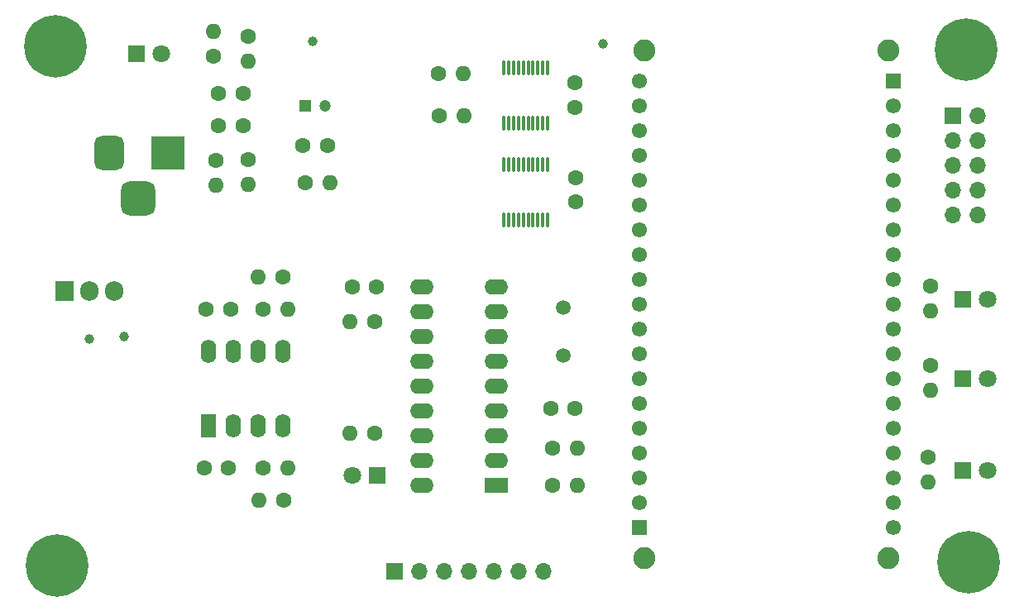
<source format=gbr>
%TF.GenerationSoftware,KiCad,Pcbnew,8.0.5*%
%TF.CreationDate,2024-12-04T22:32:08+01:00*%
%TF.ProjectId,ESP-Unit,4553502d-556e-4697-942e-6b696361645f,rev?*%
%TF.SameCoordinates,Original*%
%TF.FileFunction,Soldermask,Top*%
%TF.FilePolarity,Negative*%
%FSLAX46Y46*%
G04 Gerber Fmt 4.6, Leading zero omitted, Abs format (unit mm)*
G04 Created by KiCad (PCBNEW 8.0.5) date 2024-12-04 22:32:08*
%MOMM*%
%LPD*%
G01*
G04 APERTURE LIST*
G04 Aperture macros list*
%AMRoundRect*
0 Rectangle with rounded corners*
0 $1 Rounding radius*
0 $2 $3 $4 $5 $6 $7 $8 $9 X,Y pos of 4 corners*
0 Add a 4 corners polygon primitive as box body*
4,1,4,$2,$3,$4,$5,$6,$7,$8,$9,$2,$3,0*
0 Add four circle primitives for the rounded corners*
1,1,$1+$1,$2,$3*
1,1,$1+$1,$4,$5*
1,1,$1+$1,$6,$7*
1,1,$1+$1,$8,$9*
0 Add four rect primitives between the rounded corners*
20,1,$1+$1,$2,$3,$4,$5,0*
20,1,$1+$1,$4,$5,$6,$7,0*
20,1,$1+$1,$6,$7,$8,$9,0*
20,1,$1+$1,$8,$9,$2,$3,0*%
G04 Aperture macros list end*
%ADD10RoundRect,0.075000X0.075000X-0.662500X0.075000X0.662500X-0.075000X0.662500X-0.075000X-0.662500X0*%
%ADD11R,1.600000X2.400000*%
%ADD12O,1.600000X2.400000*%
%ADD13O,1.600000X1.600000*%
%ADD14C,1.600000*%
%ADD15C,0.800000*%
%ADD16C,6.400000*%
%ADD17C,1.000000*%
%ADD18C,1.500000*%
%ADD19C,1.200000*%
%ADD20R,1.200000X1.200000*%
%ADD21R,1.800000X1.800000*%
%ADD22C,1.800000*%
%ADD23R,2.400000X1.600000*%
%ADD24O,2.400000X1.600000*%
%ADD25O,1.905000X2.000000*%
%ADD26R,1.905000X2.000000*%
%ADD27R,1.700000X1.700000*%
%ADD28O,1.700000X1.700000*%
%ADD29RoundRect,0.875000X-0.875000X-0.875000X0.875000X-0.875000X0.875000X0.875000X-0.875000X0.875000X0*%
%ADD30RoundRect,0.750000X-0.750000X-1.000000X0.750000X-1.000000X0.750000X1.000000X-0.750000X1.000000X0*%
%ADD31R,3.500000X3.500000*%
%ADD32C,2.250000*%
%ADD33RoundRect,0.102000X-0.675000X-0.675000X0.675000X-0.675000X0.675000X0.675000X-0.675000X0.675000X0*%
%ADD34C,1.554000*%
G04 APERTURE END LIST*
D10*
%TO.C,U5*%
X202220000Y-72458500D03*
X202720000Y-72458500D03*
X203220000Y-72458500D03*
X203720000Y-72458500D03*
X204220000Y-72458500D03*
X204720000Y-72458500D03*
X205220000Y-72458500D03*
X205720000Y-72458500D03*
X206220000Y-72458500D03*
X206720000Y-72458500D03*
X206720000Y-66733500D03*
X206220000Y-66733500D03*
X205720000Y-66733500D03*
X205220000Y-66733500D03*
X204720000Y-66733500D03*
X204220000Y-66733500D03*
X203720000Y-66733500D03*
X203220000Y-66733500D03*
X202720000Y-66733500D03*
X202220000Y-66733500D03*
%TD*%
%TO.C,U4*%
X202220000Y-62552500D03*
X202720000Y-62552500D03*
X203220000Y-62552500D03*
X203720000Y-62552500D03*
X204220000Y-62552500D03*
X204720000Y-62552500D03*
X205220000Y-62552500D03*
X205720000Y-62552500D03*
X206220000Y-62552500D03*
X206720000Y-62552500D03*
X206720000Y-56827500D03*
X206220000Y-56827500D03*
X205720000Y-56827500D03*
X205220000Y-56827500D03*
X204720000Y-56827500D03*
X204220000Y-56827500D03*
X203720000Y-56827500D03*
X203220000Y-56827500D03*
X202720000Y-56827500D03*
X202220000Y-56827500D03*
%TD*%
D11*
%TO.C,U3*%
X172003000Y-93477000D03*
D12*
X174543000Y-93477000D03*
X177083000Y-93477000D03*
X179623000Y-93477000D03*
X179623000Y-85857000D03*
X177083000Y-85857000D03*
X174543000Y-85857000D03*
X172003000Y-85857000D03*
%TD*%
D13*
%TO.C,R1*%
X172720000Y-68834000D03*
D14*
X172720000Y-66294000D03*
%TD*%
%TO.C,C1*%
X173014000Y-62738000D03*
X175514000Y-62738000D03*
%TD*%
D15*
%TO.C,H4*%
X154064000Y-107776944D03*
X154766944Y-106079888D03*
X154766944Y-109474000D03*
X156464000Y-105376944D03*
D16*
X156464000Y-107776944D03*
D15*
X156464000Y-110176944D03*
X158161056Y-106079888D03*
X158161056Y-109474000D03*
X158864000Y-107776944D03*
%TD*%
D17*
%TO.C,TP2*%
X159766000Y-84582000D03*
%TD*%
D14*
%TO.C,R3*%
X177572000Y-97780000D03*
D13*
X180112000Y-97780000D03*
%TD*%
D14*
%TO.C,R16*%
X245872000Y-79219000D03*
D13*
X245872000Y-81759000D03*
%TD*%
D14*
%TO.C,R14*%
X177552000Y-81524000D03*
D13*
X180092000Y-81524000D03*
%TD*%
D18*
%TO.C,Y1*%
X208280000Y-86270000D03*
X208280000Y-81390000D03*
%TD*%
D14*
%TO.C,R9*%
X188996000Y-82804000D03*
D13*
X186456000Y-82804000D03*
%TD*%
D19*
%TO.C,C7*%
X183907401Y-60706000D03*
D20*
X181907401Y-60706000D03*
%TD*%
D14*
%TO.C,C2*%
X173014000Y-59436000D03*
X175514000Y-59436000D03*
%TD*%
D21*
%TO.C,D5*%
X249169000Y-98044000D03*
D22*
X251709000Y-98044000D03*
%TD*%
D17*
%TO.C,TP4*%
X212344000Y-54356000D03*
%TD*%
D14*
%TO.C,C4*%
X209510000Y-91694000D03*
X207010000Y-91694000D03*
%TD*%
%TO.C,C3*%
X171525000Y-97780000D03*
X174025000Y-97780000D03*
%TD*%
D23*
%TO.C,IC1*%
X201437000Y-99558000D03*
D24*
X201437000Y-97018000D03*
X201437000Y-94478000D03*
X201437000Y-91938000D03*
X201437000Y-89398000D03*
X201437000Y-86858000D03*
X201437000Y-84318000D03*
X201437000Y-81778000D03*
X201437000Y-79238000D03*
X193817000Y-79238000D03*
X193817000Y-81778000D03*
X193817000Y-84318000D03*
X193817000Y-86858000D03*
X193817000Y-89398000D03*
X193817000Y-91938000D03*
X193817000Y-94478000D03*
X193817000Y-97018000D03*
X193817000Y-99558000D03*
%TD*%
D14*
%TO.C,R17*%
X245618000Y-96745000D03*
D13*
X245618000Y-99285000D03*
%TD*%
D22*
%TO.C,D1*%
X167127000Y-55372000D03*
D21*
X164587000Y-55372000D03*
%TD*%
D17*
%TO.C,TP1*%
X163322000Y-84328000D03*
%TD*%
D14*
%TO.C,R8*%
X207215000Y-95758000D03*
D13*
X209755000Y-95758000D03*
%TD*%
D25*
%TO.C,U2*%
X162306000Y-79685000D03*
X159766000Y-79685000D03*
D26*
X157226000Y-79685000D03*
%TD*%
D27*
%TO.C,J3*%
X191008000Y-108433000D03*
D28*
X193548000Y-108433000D03*
X196088000Y-108433000D03*
X198628000Y-108433000D03*
X201168000Y-108433000D03*
X203708000Y-108433000D03*
X206248000Y-108433000D03*
%TD*%
D27*
%TO.C,J2*%
X248153000Y-61727000D03*
D28*
X250693000Y-61727000D03*
X248153000Y-64267000D03*
X250693000Y-64267000D03*
X248153000Y-66807000D03*
X250693000Y-66807000D03*
X248153000Y-69347000D03*
X250693000Y-69347000D03*
X248153000Y-71887000D03*
X250693000Y-71887000D03*
%TD*%
D14*
%TO.C,R10*%
X207215000Y-99568000D03*
D13*
X209755000Y-99568000D03*
%TD*%
D14*
%TO.C,R18*%
X245872000Y-87347000D03*
D13*
X245872000Y-89887000D03*
%TD*%
D14*
%TO.C,C9*%
X209550000Y-68092000D03*
X209550000Y-70592000D03*
%TD*%
%TO.C,R15*%
X179613000Y-78222000D03*
D13*
X177073000Y-78222000D03*
%TD*%
D14*
%TO.C,R12*%
X195580000Y-61722000D03*
D13*
X198120000Y-61722000D03*
%TD*%
D21*
%TO.C,D3*%
X249169000Y-80518000D03*
D22*
X251709000Y-80518000D03*
%TD*%
D15*
%TO.C,H2*%
X247422000Y-107442000D03*
X248124944Y-105744944D03*
X248124944Y-109139056D03*
X249822000Y-105042000D03*
D16*
X249822000Y-107442000D03*
D15*
X249822000Y-109842000D03*
X251519056Y-105744944D03*
X251519056Y-109139056D03*
X252222000Y-107442000D03*
%TD*%
D13*
%TO.C,R6*%
X176022000Y-56134000D03*
D14*
X176022000Y-53594000D03*
%TD*%
D29*
%TO.C,J1*%
X164798000Y-70232000D03*
D30*
X161798000Y-65532000D03*
D31*
X167798000Y-65532000D03*
%TD*%
D14*
%TO.C,R11*%
X188971000Y-94234000D03*
D13*
X186431000Y-94234000D03*
%TD*%
D21*
%TO.C,D2*%
X189230000Y-98552000D03*
D22*
X186690000Y-98552000D03*
%TD*%
D13*
%TO.C,R7*%
X184406401Y-68580000D03*
D14*
X181866401Y-68580000D03*
%TD*%
%TO.C,C6*%
X186710000Y-79248000D03*
X189210000Y-79248000D03*
%TD*%
%TO.C,C8*%
X209522000Y-58371500D03*
X209522000Y-60871500D03*
%TD*%
D17*
%TO.C,TP5*%
X182626000Y-54102000D03*
%TD*%
D14*
%TO.C,R13*%
X195551000Y-57404000D03*
D13*
X198091000Y-57404000D03*
%TD*%
D32*
%TO.C,U1*%
X216608000Y-55026000D03*
X216608000Y-107026000D03*
X241608000Y-55026000D03*
X241608000Y-107026000D03*
D33*
X242108000Y-58166000D03*
D34*
X242108000Y-60706000D03*
X242108000Y-63246000D03*
X242108000Y-65786000D03*
X242108000Y-68326000D03*
X242108000Y-70866000D03*
X242108000Y-73406000D03*
X242108000Y-75946000D03*
X242108000Y-78486000D03*
X242108000Y-81026000D03*
X242108000Y-83566000D03*
X242108000Y-86106000D03*
X242108000Y-88646000D03*
X242108000Y-91186000D03*
X242108000Y-93726000D03*
X242108000Y-96266000D03*
X242108000Y-98806000D03*
X242108000Y-101346000D03*
X242108000Y-103886000D03*
D33*
X216108000Y-103886000D03*
D34*
X216108000Y-101346000D03*
X216108000Y-98806000D03*
X216108000Y-96266000D03*
X216108000Y-93726000D03*
X216108000Y-91186000D03*
X216108000Y-88646000D03*
X216108000Y-86106000D03*
X216108000Y-83566000D03*
X216108000Y-81026000D03*
X216108000Y-78486000D03*
X216108000Y-75946000D03*
X216108000Y-73406000D03*
X216108000Y-70866000D03*
X216108000Y-68326000D03*
X216108000Y-65786000D03*
X216108000Y-63246000D03*
X216108000Y-60706000D03*
X216108000Y-58166000D03*
%TD*%
D15*
%TO.C,H3*%
X247108944Y-54944944D03*
X247811888Y-53247888D03*
X247811888Y-56642000D03*
X249508944Y-52544944D03*
D16*
X249508944Y-54944944D03*
D15*
X249508944Y-57344944D03*
X251206000Y-53247888D03*
X251206000Y-56642000D03*
X251908944Y-54944944D03*
%TD*%
D14*
%TO.C,R5*%
X179662000Y-101082000D03*
D13*
X177122000Y-101082000D03*
%TD*%
%TO.C,R4*%
X172466000Y-53115000D03*
D14*
X172466000Y-55655000D03*
%TD*%
D15*
%TO.C,H1*%
X153950000Y-54610000D03*
X154652944Y-52912944D03*
X154652944Y-56307056D03*
X156350000Y-52210000D03*
D16*
X156350000Y-54610000D03*
D15*
X156350000Y-57010000D03*
X158047056Y-52912944D03*
X158047056Y-56307056D03*
X158750000Y-54610000D03*
%TD*%
D21*
%TO.C,D4*%
X249169000Y-88646000D03*
D22*
X251709000Y-88646000D03*
%TD*%
D14*
%TO.C,C10*%
X174259000Y-81524000D03*
X171759000Y-81524000D03*
%TD*%
%TO.C,C5*%
X181661401Y-64770000D03*
X184161401Y-64770000D03*
%TD*%
D13*
%TO.C,R2*%
X176022000Y-68805000D03*
D14*
X176022000Y-66265000D03*
%TD*%
M02*

</source>
